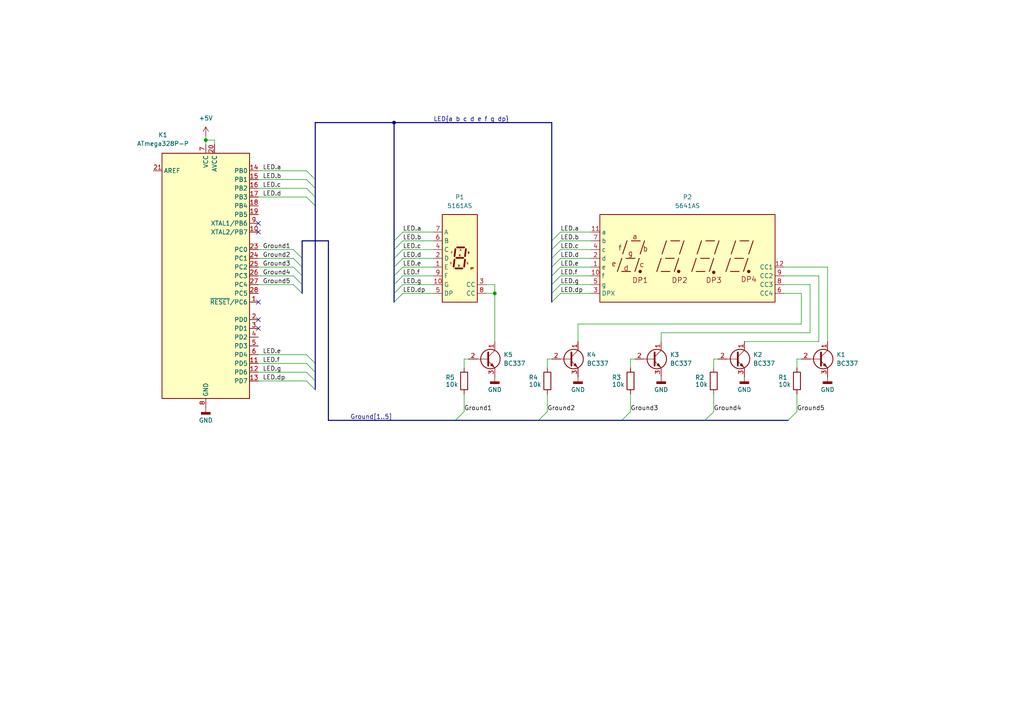
<source format=kicad_sch>
(kicad_sch (version 20250114) (generator "eeschema") (generator_version "9.0")
  (paper "A4")
  (lib_symbols
    (symbol "Device:R" (pin_numbers (hide yes)) (pin_names (offset 0))
      (property "Reference" "R" (at 2.032 0 90))
      (property "Value" "R" (at 0 0 90))
      (symbol "R_0_1"
        (rectangle (start -1.016 -2.54) (end 1.016 2.54) (stroke (width 0.254)))
      )
      (symbol "R_1_1"
        (pin passive line (at 0 3.81 270) (length 1.27) (name "~") (number "1"))
        (pin passive line (at 0 -3.81 90) (length 1.27) (name "~") (number "2"))
      )
    )
    (symbol "Display_Character:CC56-12SURKWA"
      (property "Reference" "U" (at -24.13 13.97 0))
      (property "Value" "CC56-12SURKWA" (at 16.51 13.97 0))
      (symbol "CC56-12SURKWA_0_0"
        (rectangle (start -25.4 12.7) (end 25.4 -12.7) (stroke (width 0.254)) (fill (type background)))
        (polyline (pts (xy -20.32 -3.81) (xy -19.05 0)) (stroke (width 0.254)))
        (polyline (pts (xy -19.05 -3.81) (xy -16.51 -3.81)) (stroke (width 0.254)))
        (polyline (pts (xy -18.796 1.27) (xy -17.526 5.08)) (stroke (width 0.254)))
        (polyline (pts (xy -17.78 0) (xy -15.24 0)) (stroke (width 0.254)))
        (polyline (pts (xy -16.256 5.08) (xy -13.716 5.08)) (stroke (width 0.254)))
        (polyline (pts (xy -15.24 -3.81) (xy -13.97 0)) (stroke (width 0.254)))
        (polyline (pts (xy -13.716 1.27) (xy -12.446 5.08)) (stroke (width 0.254)))
        (polyline (pts (xy -8.89 -3.81) (xy -7.62 0)) (stroke (width 0.254)))
        (polyline (pts (xy -7.62 -3.81) (xy -5.08 -3.81)) (stroke (width 0.254)))
        (polyline (pts (xy -7.366 1.27) (xy -6.096 5.08)) (stroke (width 0.254)))
        (polyline (pts (xy -6.35 0) (xy -3.81 0)) (stroke (width 0.254)))
        (polyline (pts (xy -4.826 5.08) (xy -2.286 5.08)) (stroke (width 0.254)))
        (polyline (pts (xy -3.81 -3.81) (xy -2.54 0)) (stroke (width 0.254)))
        (polyline (pts (xy -2.286 1.27) (xy -1.016 5.08)) (stroke (width 0.254)))
        (polyline (pts (xy 1.27 -3.81) (xy 2.54 0)) (stroke (width 0.254)))
        (polyline (pts (xy 2.54 -3.81) (xy 5.08 -3.81)) (stroke (width 0.254)))
        (polyline (pts (xy 2.794 1.27) (xy 4.064 5.08)) (stroke (width 0.254)))
        (polyline (pts (xy 3.81 0) (xy 6.35 0)) (stroke (width 0.254)))
        (polyline (pts (xy 5.334 5.08) (xy 7.874 5.08)) (stroke (width 0.254)))
        (polyline (pts (xy 6.35 -3.81) (xy 7.62 0)) (stroke (width 0.254)))
        (polyline (pts (xy 7.874 1.27) (xy 9.144 5.08)) (stroke (width 0.254)))
        (polyline (pts (xy 11.176 -3.81) (xy 12.446 0)) (stroke (width 0.254)))
        (polyline (pts (xy 12.446 -3.81) (xy 14.986 -3.81)) (stroke (width 0.254)))
        (polyline (pts (xy 12.7 1.27) (xy 13.97 5.08)) (stroke (width 0.254)))
        (polyline (pts (xy 13.716 0) (xy 16.256 0)) (stroke (width 0.254)))
        (polyline (pts (xy 15.24 5.08) (xy 17.78 5.08)) (stroke (width 0.254)))
        (polyline (pts (xy 16.256 -3.81) (xy 17.526 0)) (stroke (width 0.254)))
        (polyline (pts (xy 17.78 1.27) (xy 19.05 5.08)) (stroke (width 0.254)))
        (text "e" (at -21.336 -1.524 0) (effects (font (size 1.524 1.524))))
        (text "f" (at -19.558 3.048 0) (effects (font (size 1.524 1.524))))
        (text "d" (at -17.78 -2.794 0) (effects (font (size 1.524 1.524))))
        (text "g" (at -16.51 1.524 0) (effects (font (size 1.524 1.524))))
        (text "a" (at -15.24 6.35 0) (effects (font (size 1.524 1.524))))
        (text "DP1" (at -13.716 -6.35 0) (effects (font (size 1.524 1.524))))
        (text "c" (at -13.208 -1.778 0) (effects (font (size 1.524 1.524))))
        (text "b" (at -12.192 2.794 0) (effects (font (size 1.524 1.524))))
        (text "DP2" (at -2.286 -6.35 0) (effects (font (size 1.524 1.524))))
        (text "DP3" (at 7.62 -6.35 0) (effects (font (size 1.524 1.524))))
        (text "DP4" (at 17.78 -6.096 0) (effects (font (size 1.524 1.524))))
      )
      (symbol "CC56-12SURKWA_0_1"
        (circle (center -13.716 -3.81) (radius 0.3556) (stroke (width 0.254)) (fill (type outline)))
        (circle (center -2.54 -3.81) (radius 0.3556) (stroke (width 0.254)) (fill (type outline)))
      )
      (symbol "CC56-12SURKWA_1_0"
        (circle (center 7.62 -4.064) (radius 0.3556) (stroke (width 0.254)) (fill (type outline)))
        (circle (center 17.78 -3.81) (radius 0.3556) (stroke (width 0.254)) (fill (type outline)))
      )
      (symbol "CC56-12SURKWA_1_1"
        (pin input line (at -27.94 7.62 0) (length 2.54) (name "a") (number "11"))
        (pin input line (at -27.94 5.08 0) (length 2.54) (name "b") (number "7"))
        (pin input line (at -27.94 2.54 0) (length 2.54) (name "c") (number "4"))
        (pin input line (at -27.94 0 0) (length 2.54) (name "d") (number "2"))
        (pin input line (at -27.94 -2.54 0) (length 2.54) (name "e") (number "1"))
        (pin input line (at -27.94 -5.08 0) (length 2.54) (name "f") (number "10"))
        (pin input line (at -27.94 -7.62 0) (length 2.54) (name "g") (number "5"))
        (pin input line (at -27.94 -10.16 0) (length 2.54) (name "DPX") (number "3"))
        (pin input line (at 27.94 -2.54 180) (length 2.54) (name "CC1") (number "12"))
        (pin input line (at 27.94 -5.08 180) (length 2.54) (name "CC2") (number "9"))
        (pin input line (at 27.94 -7.62 180) (length 2.54) (name "CC3") (number "8"))
        (pin input line (at 27.94 -10.16 180) (length 2.54) (name "CC4") (number "6"))
      )
    )
    (symbol "Display_Character:HDSP-7503"
      (property "Reference" "U2" (at 0 17.78 0))
      (property "Value" "HDSP-7503" (at 0 15.24 0))
      (symbol "HDSP-7503_1_0"
        (text "E" (at -2.54 -1.397 0) (effects (font (size 0.508 0.508))))
        (text "F" (at -2.286 1.651 0) (effects (font (size 0.508 0.508))))
        (text "D" (at -0.254 -2.159 0) (effects (font (size 0.508 0.508))))
        (text "G" (at 0 0.889 0) (effects (font (size 0.508 0.508))))
        (text "A" (at 0.254 2.413 0) (effects (font (size 0.508 0.508))))
        (text "C" (at 2.286 -1.397 0) (effects (font (size 0.508 0.508))))
        (text "B" (at 2.54 1.651 0) (effects (font (size 0.508 0.508))))
        (text "DP" (at 3.556 -2.921 0) (effects (font (size 0.508 0.508))))
      )
      (symbol "HDSP-7503_1_1"
        (rectangle (start -5.08 12.7) (end 5.08 -12.7) (stroke (width 0.254)) (fill (type background)))
        (polyline (pts (xy -1.524 -0.381) (xy -1.778 -2.413)) (stroke (width 0.508)))
        (polyline (pts (xy -1.27 2.667) (xy -1.524 0.635)) (stroke (width 0.508)))
        (polyline (pts (xy -1.27 -2.921) (xy 0.762 -2.921)) (stroke (width 0.508)))
        (polyline (pts (xy -1.016 0.127) (xy 1.016 0.127)) (stroke (width 0.508)))
        (polyline (pts (xy -0.762 3.175) (xy 1.27 3.175)) (stroke (width 0.508)))
        (polyline (pts (xy 1.524 -0.381) (xy 1.27 -2.413)) (stroke (width 0.508)))
        (polyline (pts (xy 1.778 2.667) (xy 1.524 0.635)) (stroke (width 0.508)))
        (polyline (pts (xy 2.54 -2.921) (xy 2.54 -2.921)) (stroke (width 0.508)))
        (pin input line (at -7.62 7.62 0) (length 2.54) (name "A") (number "7"))
        (pin input line (at -7.62 5.08 0) (length 2.54) (name "B") (number "6"))
        (pin input line (at -7.62 2.54 0) (length 2.54) (name "C") (number "4"))
        (pin input line (at -7.62 0 0) (length 2.54) (name "D") (number "2"))
        (pin input line (at -7.62 -2.54 0) (length 2.54) (name "E") (number "1"))
        (pin input line (at -7.62 -5.08 0) (length 2.54) (name "F") (number "9"))
        (pin input line (at -7.62 -7.62 0) (length 2.54) (name "G") (number "10"))
        (pin input line (at -7.62 -10.16 0) (length 2.54) (name "DP") (number "5"))
        (pin input line (at 7.62 -7.62 180) (length 2.54) (name "CC") (number "3"))
        (pin input line (at 7.62 -10.16 180) (length 2.54) (name "CC") (number "8"))
      )
    )
    (symbol "MCU_Microchip_ATmega:ATmega328P-P"
      (property "Reference" "U" (at -12.7 36.83 0))
      (property "Value" "ATmega328P-P" (at 2.54 -36.83 0))
      (symbol "ATmega328P-P_0_1"
        (rectangle (start -12.7 -35.56) (end 12.7 35.56) (stroke (width 0.254)) (fill (type background)))
      )
      (symbol "ATmega328P-P_1_1"
        (pin passive line (at -15.24 30.48 0) (length 2.54) (name "AREF") (number "21"))
        (pin power_in line (at 0 38.1 270) (length 2.54) (name "VCC") (number "7"))
        (pin passive line (at 0 -38.1 90) (length 2.54) (hide yes) (name "GND") (number "22"))
        (pin power_in line (at 0 -38.1 90) (length 2.54) (name "GND") (number "8"))
        (pin power_in line (at 2.54 38.1 270) (length 2.54) (name "AVCC") (number "20"))
        (pin bidirectional line (at 15.24 30.48 180) (length 2.54) (name "PB0") (number "14"))
        (pin bidirectional line (at 15.24 27.94 180) (length 2.54) (name "PB1") (number "15"))
        (pin bidirectional line (at 15.24 25.4 180) (length 2.54) (name "PB2") (number "16"))
        (pin bidirectional line (at 15.24 22.86 180) (length 2.54) (name "PB3") (number "17"))
        (pin bidirectional line (at 15.24 20.32 180) (length 2.54) (name "PB4") (number "18"))
        (pin bidirectional line (at 15.24 17.78 180) (length 2.54) (name "PB5") (number "19"))
        (pin bidirectional line (at 15.24 15.24 180) (length 2.54) (name "XTAL1/PB6") (number "9"))
        (pin bidirectional line (at 15.24 12.7 180) (length 2.54) (name "XTAL2/PB7") (number "10"))
        (pin bidirectional line (at 15.24 7.62 180) (length 2.54) (name "PC0") (number "23"))
        (pin bidirectional line (at 15.24 5.08 180) (length 2.54) (name "PC1") (number "24"))
        (pin bidirectional line (at 15.24 2.54 180) (length 2.54) (name "PC2") (number "25"))
        (pin bidirectional line (at 15.24 0 180) (length 2.54) (name "PC3") (number "26"))
        (pin bidirectional line (at 15.24 -2.54 180) (length 2.54) (name "PC4") (number "27"))
        (pin bidirectional line (at 15.24 -5.08 180) (length 2.54) (name "PC5") (number "28"))
        (pin bidirectional line (at 15.24 -7.62 180) (length 2.54) (name "~{RESET}/PC6") (number "1"))
        (pin bidirectional line (at 15.24 -12.7 180) (length 2.54) (name "PD0") (number "2"))
        (pin bidirectional line (at 15.24 -15.24 180) (length 2.54) (name "PD1") (number "3"))
        (pin bidirectional line (at 15.24 -17.78 180) (length 2.54) (name "PD2") (number "4"))
        (pin bidirectional line (at 15.24 -20.32 180) (length 2.54) (name "PD3") (number "5"))
        (pin bidirectional line (at 15.24 -22.86 180) (length 2.54) (name "PD4") (number "6"))
        (pin bidirectional line (at 15.24 -25.4 180) (length 2.54) (name "PD5") (number "11"))
        (pin bidirectional line (at 15.24 -27.94 180) (length 2.54) (name "PD6") (number "12"))
        (pin bidirectional line (at 15.24 -30.48 180) (length 2.54) (name "PD7") (number "13"))
      )
    )
    (symbol "Transistor_BJT:BC337" (pin_names (offset 0) (hide yes))
      (property "Reference" "Q" (at 5.08 1.905 0))
      (property "Value" "BC337" (at 5.08 0 0))
      (symbol "BC337_0_1"
        (polyline (pts (xy -2.54 0) (xy 0.635 0)))
        (polyline (pts (xy 0.635 1.905) (xy 0.635 -1.905)) (stroke (width 0.508)))
        (circle (center 1.27 0) (radius 2.8194) (stroke (width 0.254)))
      )
      (symbol "BC337_1_1"
        (polyline (pts (xy 0.635 0.635) (xy 2.54 2.54)))
        (polyline (pts (xy 0.635 -0.635) (xy 2.54 -2.54)))
        (polyline (pts (xy 1.27 -1.778) (xy 1.778 -1.27) (xy 2.286 -2.286) (xy 1.27 -1.778)) (fill (type outline)))
        (pin input line (at -5.08 0 0) (length 2.54) (name "B") (number "2"))
        (pin passive line (at 2.54 5.08 270) (length 2.54) (name "C") (number "1"))
        (pin passive line (at 2.54 -5.08 90) (length 2.54) (name "E") (number "3"))
      )
    )
    (symbol "power:+5V" (power) (pin_numbers (hide yes)) (pin_names (offset 0) (hide yes))
      (property "Value" "+5V" (at 0 3.556 0))
      (symbol "+5V_0_1"
        (polyline (pts (xy -0.762 1.27) (xy 0 2.54)))
        (polyline (pts (xy 0 2.54) (xy 0.762 1.27)))
        (polyline (pts (xy 0 0) (xy 0 2.54)))
      )
      (symbol "+5V_1_1"
        (pin power_in line (at 0 0 90) (length 0) (name "~") (number "1"))
      )
    )
    (symbol "power:GNDD" (power) (pin_numbers (hide yes)) (pin_names (offset 0) (hide yes))
      (property "Value" "GNDD" (at 0 -3.175 0))
      (symbol "GNDD_0_1"
        (rectangle (start -1.27 -1.524) (end 1.27 -2.032) (stroke (width 0.254)) (fill (type outline)))
        (polyline (pts (xy 0 0) (xy 0 -1.524)))
      )
      (symbol "GNDD_1_1"
        (pin power_in line (at 0 0 270) (length 0) (name "~") (number "1"))
      )
    )
  )
  (junction (at 59.69 40.64))
  (junction (at 143.51 85.09))
  (junction (at 114.3 35.56))
  (no_connect (at 74.93 67.31))
  (no_connect (at 74.93 64.77))
  (no_connect (at 74.93 92.71))
  (no_connect (at 74.93 95.25))
  (no_connect (at 74.93 87.63))
  (bus_entry (at 87.63 85.09) (size -2.54 -2.54))
  (bus_entry (at 114.3 85.09) (size 2.54 -2.54))
  (bus_entry (at 91.44 107.95) (size -2.54 -2.54))
  (bus_entry (at 180.34 121.92) (size 2.54 -2.54))
  (bus_entry (at 228.6 121.92) (size 2.54 -2.54))
  (bus_entry (at 160.02 85.09) (size 2.54 -2.54))
  (bus_entry (at 114.3 87.63) (size 2.54 -2.54))
  (bus_entry (at 160.02 87.63) (size 2.54 -2.54))
  (bus_entry (at 160.02 82.55) (size 2.54 -2.54))
  (bus_entry (at 114.3 77.47) (size 2.54 -2.54))
  (bus_entry (at 91.44 52.07) (size -2.54 -2.54))
  (bus_entry (at 91.44 57.15) (size -2.54 -2.54))
  (bus_entry (at 91.44 110.49) (size -2.54 -2.54))
  (bus_entry (at 160.02 69.85) (size 2.54 -2.54))
  (bus_entry (at 91.44 105.41) (size -2.54 -2.54))
  (bus_entry (at 114.3 69.85) (size 2.54 -2.54))
  (bus_entry (at 204.47 121.92) (size 2.54 -2.54))
  (bus_entry (at 114.3 82.55) (size 2.54 -2.54))
  (bus_entry (at 91.44 113.03) (size -2.54 -2.54))
  (bus_entry (at 91.44 59.69) (size -2.54 -2.54))
  (bus_entry (at 160.02 80.01) (size 2.54 -2.54))
  (bus_entry (at 160.02 74.93) (size 2.54 -2.54))
  (bus_entry (at 160.02 77.47) (size 2.54 -2.54))
  (bus_entry (at 87.63 74.93) (size -2.54 -2.54))
  (bus_entry (at 160.02 72.39) (size 2.54 -2.54))
  (bus_entry (at 114.3 74.93) (size 2.54 -2.54))
  (bus_entry (at 87.63 82.55) (size -2.54 -2.54))
  (bus_entry (at 87.63 80.01) (size -2.54 -2.54))
  (bus_entry (at 156.21 121.92) (size 2.54 -2.54))
  (bus_entry (at 91.44 54.61) (size -2.54 -2.54))
  (bus_entry (at 87.63 77.47) (size -2.54 -2.54))
  (bus_entry (at 114.3 72.39) (size 2.54 -2.54))
  (bus_entry (at 114.3 80.01) (size 2.54 -2.54))
  (bus_entry (at 132.08 121.92) (size 2.54 -2.54))
  (bus (pts (xy 204.47 121.92) (xy 228.6 121.92)))
  (wire (pts (xy 134.62 106.68) (xy 134.62 104.14)))
  (wire (pts (xy 234.95 82.55) (xy 234.95 96.52)))
  (bus (pts (xy 114.3 35.56) (xy 160.02 35.56)))
  (bus (pts (xy 87.63 74.93) (xy 87.63 77.47)))
  (wire (pts (xy 74.93 105.41) (xy 88.9 105.41)))
  (wire (pts (xy 158.75 106.68) (xy 158.75 104.14)))
  (wire (pts (xy 162.56 74.93) (xy 171.45 74.93)))
  (wire (pts (xy 116.84 67.31) (xy 125.73 67.31)))
  (bus (pts (xy 160.02 35.56) (xy 160.02 69.85)))
  (bus (pts (xy 156.21 121.92) (xy 180.34 121.92)))
  (bus (pts (xy 91.44 59.69) (xy 91.44 105.41)))
  (wire (pts (xy 234.95 96.52) (xy 191.77 96.52)))
  (wire (pts (xy 232.41 93.98) (xy 232.41 85.09)))
  (bus (pts (xy 114.3 80.01) (xy 114.3 82.55)))
  (wire (pts (xy 143.51 82.55) (xy 140.97 82.55)))
  (bus (pts (xy 114.3 74.93) (xy 114.3 77.47)))
  (wire (pts (xy 240.03 99.06) (xy 240.03 77.47)))
  (wire (pts (xy 162.56 85.09) (xy 171.45 85.09)))
  (bus (pts (xy 114.3 69.85) (xy 114.3 72.39)))
  (wire (pts (xy 140.97 85.09) (xy 143.51 85.09)))
  (wire (pts (xy 158.75 114.3) (xy 158.75 119.38)))
  (wire (pts (xy 74.93 72.39) (xy 85.09 72.39)))
  (wire (pts (xy 162.56 82.55) (xy 171.45 82.55)))
  (bus (pts (xy 87.63 82.55) (xy 87.63 85.09)))
  (bus (pts (xy 95.25 121.92) (xy 132.08 121.92)))
  (bus (pts (xy 91.44 54.61) (xy 91.44 57.15)))
  (wire (pts (xy 74.93 74.93) (xy 85.09 74.93)))
  (bus (pts (xy 91.44 105.41) (xy 91.44 107.95)))
  (bus (pts (xy 160.02 82.55) (xy 160.02 85.09)))
  (wire (pts (xy 62.23 40.64) (xy 59.69 40.64)))
  (bus (pts (xy 160.02 85.09) (xy 160.02 87.63)))
  (wire (pts (xy 162.56 77.47) (xy 171.45 77.47)))
  (bus (pts (xy 87.63 80.01) (xy 87.63 77.47)))
  (wire (pts (xy 207.01 106.68) (xy 207.01 104.14)))
  (wire (pts (xy 207.01 104.14) (xy 208.28 104.14)))
  (bus (pts (xy 114.3 72.39) (xy 114.3 74.93)))
  (bus (pts (xy 91.44 35.56) (xy 91.44 52.07)))
  (wire (pts (xy 227.33 82.55) (xy 234.95 82.55)))
  (wire (pts (xy 62.23 41.91) (xy 62.23 40.64)))
  (wire (pts (xy 182.88 104.14) (xy 184.15 104.14)))
  (wire (pts (xy 116.84 77.47) (xy 125.73 77.47)))
  (wire (pts (xy 182.88 114.3) (xy 182.88 119.38)))
  (wire (pts (xy 240.03 77.47) (xy 227.33 77.47)))
  (bus (pts (xy 160.02 74.93) (xy 160.02 77.47)))
  (wire (pts (xy 116.84 69.85) (xy 125.73 69.85)))
  (bus (pts (xy 114.3 85.09) (xy 114.3 87.63)))
  (wire (pts (xy 231.14 106.68) (xy 231.14 104.14)))
  (bus (pts (xy 91.44 110.49) (xy 91.44 113.03)))
  (wire (pts (xy 116.84 72.39) (xy 125.73 72.39)))
  (wire (pts (xy 182.88 106.68) (xy 182.88 104.14)))
  (wire (pts (xy 134.62 104.14) (xy 135.89 104.14)))
  (wire (pts (xy 158.75 104.14) (xy 160.02 104.14)))
  (wire (pts (xy 237.49 80.01) (xy 227.33 80.01)))
  (wire (pts (xy 231.14 104.14) (xy 232.41 104.14)))
  (bus (pts (xy 87.63 74.93) (xy 87.63 69.85)))
  (wire (pts (xy 143.51 99.06) (xy 143.51 85.09)))
  (wire (pts (xy 231.14 114.3) (xy 231.14 119.38)))
  (wire (pts (xy 74.93 110.49) (xy 88.9 110.49)))
  (bus (pts (xy 87.63 80.01) (xy 87.63 82.55)))
  (bus (pts (xy 160.02 69.85) (xy 160.02 72.39)))
  (bus (pts (xy 91.44 107.95) (xy 91.44 110.49)))
  (bus (pts (xy 180.34 121.92) (xy 204.47 121.92)))
  (wire (pts (xy 116.84 82.55) (xy 125.73 82.55)))
  (bus (pts (xy 160.02 80.01) (xy 160.02 82.55)))
  (wire (pts (xy 143.51 85.09) (xy 143.51 82.55)))
  (wire (pts (xy 74.93 54.61) (xy 88.9 54.61)))
  (bus (pts (xy 132.08 121.92) (xy 156.21 121.92)))
  (wire (pts (xy 207.01 114.3) (xy 207.01 119.38)))
  (wire (pts (xy 74.93 57.15) (xy 88.9 57.15)))
  (wire (pts (xy 116.84 80.01) (xy 125.73 80.01)))
  (wire (pts (xy 116.84 85.09) (xy 125.73 85.09)))
  (wire (pts (xy 134.62 114.3) (xy 134.62 119.38)))
  (wire (pts (xy 167.64 93.98) (xy 232.41 93.98)))
  (wire (pts (xy 74.93 82.55) (xy 85.09 82.55)))
  (wire (pts (xy 74.93 77.47) (xy 85.09 77.47)))
  (bus (pts (xy 114.3 82.55) (xy 114.3 85.09)))
  (wire (pts (xy 162.56 69.85) (xy 171.45 69.85)))
  (wire (pts (xy 116.84 74.93) (xy 125.73 74.93)))
  (wire (pts (xy 232.41 85.09) (xy 227.33 85.09)))
  (wire (pts (xy 162.56 72.39) (xy 171.45 72.39)))
  (bus (pts (xy 95.25 69.85) (xy 95.25 121.92)))
  (wire (pts (xy 59.69 40.64) (xy 59.69 41.91)))
  (bus (pts (xy 114.3 77.47) (xy 114.3 80.01)))
  (bus (pts (xy 160.02 77.47) (xy 160.02 80.01)))
  (bus (pts (xy 91.44 52.07) (xy 91.44 54.61)))
  (wire (pts (xy 74.93 107.95) (xy 88.9 107.95)))
  (wire (pts (xy 167.64 99.06) (xy 167.64 93.98)))
  (wire (pts (xy 162.56 67.31) (xy 171.45 67.31)))
  (bus (pts (xy 160.02 72.39) (xy 160.02 74.93)))
  (wire (pts (xy 74.93 52.07) (xy 88.9 52.07)))
  (wire (pts (xy 162.56 80.01) (xy 171.45 80.01)))
  (wire (pts (xy 74.93 102.87) (xy 88.9 102.87)))
  (bus (pts (xy 91.44 35.56) (xy 114.3 35.56)))
  (wire (pts (xy 74.93 49.53) (xy 88.9 49.53)))
  (bus (pts (xy 114.3 35.56) (xy 114.3 69.85)))
  (bus (pts (xy 87.63 69.85) (xy 95.25 69.85)))
  (wire (pts (xy 59.69 39.37) (xy 59.69 40.64)))
  (wire (pts (xy 191.77 96.52) (xy 191.77 99.06)))
  (wire (pts (xy 215.9 99.06) (xy 237.49 99.06)))
  (wire (pts (xy 74.93 80.01) (xy 85.09 80.01)))
  (wire (pts (xy 237.49 99.06) (xy 237.49 80.01)))
  (bus (pts (xy 91.44 57.15) (xy 91.44 59.69)))
  (label "Ground2" (at 158.75 119.38 0))
  (label "Ground4" (at 207.01 119.38 0))
  (label "LED.d" (at 162.56 74.93 0))
  (label "LED.f" (at 76.2 105.41 0))
  (label "Ground[1..5]" (at 101.6 121.92 0))
  (label "LED.dp" (at 116.84 85.09 0))
  (label "LED.d" (at 116.84 74.93 0))
  (label "LED.b" (at 76.2 52.07 0))
  (label "LED.b" (at 116.84 69.85 0))
  (label "LED.g" (at 116.84 82.55 0))
  (label "LED.e" (at 116.84 77.47 0))
  (label "LED.f" (at 116.84 80.01 0))
  (label "LED.f" (at 162.56 80.01 0))
  (label "Ground1" (at 76.2 72.39 0))
  (label "Ground4" (at 76.2 80.01 0))
  (label "LED.dp" (at 76.2 110.49 0))
  (label "LED.a" (at 116.84 67.31 0))
  (label "LED.c" (at 162.56 72.39 0))
  (label "LED.e" (at 76.2 102.87 0))
  (label "LED.e" (at 162.56 77.47 0))
  (label "Ground1" (at 134.62 119.38 0))
  (label "LED.a" (at 76.2 49.53 0))
  (label "Ground3" (at 182.88 119.38 0))
  (label "LED.d" (at 76.2 57.15 0))
  (label "LED.c" (at 76.2 54.61 0))
  (label "LED.g" (at 162.56 82.55 0))
  (label "Ground5" (at 231.14 119.38 0))
  (label "LED.g" (at 76.2 107.95 0))
  (label "LED.b" (at 162.56 69.85 0))
  (label "Ground5" (at 76.2 82.55 0))
  (label "LED.dp" (at 162.56 85.09 0))
  (label "LED.c" (at 116.84 72.39 0))
  (label "LED{a b c d e f g dp}" (at 125.73 35.56 0))
  (label "Ground2" (at 76.2 74.93 0))
  (label "LED.a" (at 162.56 67.31 0))
  (label "Ground3" (at 76.2 77.47 0))
  (symbol (lib_id "Device:R") (at 134.62 110.49 180) (unit 1)
    (property "Reference" "R5" (at 130.556 109.474 0))
    (property "Value" "10k" (at 131.064 111.506 0))
    (property "Description" "Resistor" (effects (hide yes)))
  )
  (symbol (lib_id "Transistor_BJT:BC337") (at 189.23 104.14 0) (unit 1)
    (property "Reference" "K3" (at 194.31 102.8699 0) (effects (justify left)))
    (property "Value" "BC337" (at 194.31 105.4099 0) (effects (justify left)))
    (property "Footprint" "Package_TO_SOT_THT:TO-92_Inline" (effects (hide yes)))
    (property "Datasheet" "https://diotec.com/tl_files/diotec/files/pdf/datasheets/bc337.pdf" (effects (hide yes)))
    (property "Description" "0.8A Ic, 45V Vce, NPN Transistor, TO-92" (effects (hide yes)))
  )
  (symbol (lib_id "Device:R") (at 207.01 110.49 180) (unit 1)
    (property "Reference" "R2" (at 202.946 109.474 0))
    (property "Value" "10k" (at 203.454 111.506 0))
    (property "Description" "Resistor" (effects (hide yes)))
  )
  (symbol (lib_id "Transistor_BJT:BC337") (at 213.36 104.14 0) (unit 1)
    (property "Reference" "K2" (at 218.44 102.8699 0) (effects (justify left)))
    (property "Value" "BC337" (at 218.44 105.4099 0) (effects (justify left)))
    (property "Footprint" "Package_TO_SOT_THT:TO-92_Inline" (effects (hide yes)))
    (property "Datasheet" "https://diotec.com/tl_files/diotec/files/pdf/datasheets/bc337.pdf" (effects (hide yes)))
    (property "Description" "0.8A Ic, 45V Vce, NPN Transistor, TO-92" (effects (hide yes)))
  )
  (symbol (lib_id "power:GNDD") (at 191.77 109.22 0) (unit 1)
    (property "Reference" "#PWR04" (effects (hide yes)))
    (property "Value" "GND" (at 191.77 113.03 0))
    (property "Description" "Power symbol creates a global label with name \"GNDD\" , digital ground" (effects (hide yes)))
  )
  (symbol (lib_id "power:GNDD") (at 240.03 109.22 0) (unit 1)
    (property "Reference" "#PWR01" (effects (hide yes)))
    (property "Value" "GND" (at 240.03 113.03 0))
    (property "Description" "Power symbol creates a global label with name \"GNDD\" , digital ground" (effects (hide yes)))
  )
  (symbol (lib_id "Transistor_BJT:BC337") (at 140.97 104.14 0) (unit 1)
    (property "Reference" "K5" (at 146.05 102.8699 0) (effects (justify left)))
    (property "Value" "BC337" (at 146.05 105.4099 0) (effects (justify left)))
    (property "Footprint" "Package_TO_SOT_THT:TO-92_Inline" (effects (hide yes)))
    (property "Datasheet" "https://diotec.com/tl_files/diotec/files/pdf/datasheets/bc337.pdf" (effects (hide yes)))
    (property "Description" "0.8A Ic, 45V Vce, NPN Transistor, TO-92" (effects (hide yes)))
  )
  (symbol (lib_id "Display_Character:CC56-12SURKWA") (at 199.39 74.93 0) (unit 1)
    (property "Reference" "P2" (at 199.39 57.15 0))
    (property "Value" "5641AS" (at 199.39 59.69 0))
    (property "Footprint" "Display_7Segment:CA56-12SURKWA" (effects (hide yes)))
    (property "Datasheet" "http://www.kingbright.com/attachments/file/psearch/000/00/00/CC56-12SURKWA(Ver.7A).pdf" (effects (hide yes)))
    (property "Description" "4 digit 7 segment hyper red LED, common cathode" (effects (hide yes)))
  )
  (symbol (lib_id "power:GNDD") (at 215.9 109.22 0) (unit 1)
    (property "Reference" "#PWR03" (effects (hide yes)))
    (property "Value" "GND" (at 215.9 113.03 0))
    (property "Description" "Power symbol creates a global label with name \"GNDD\" , digital ground" (effects (hide yes)))
  )
  (symbol (lib_id "Device:R") (at 182.88 110.49 180) (unit 1)
    (property "Reference" "R3" (at 178.816 109.474 0))
    (property "Value" "10k" (at 179.324 111.506 0))
    (property "Description" "Resistor" (effects (hide yes)))
  )
  (symbol (lib_id "Device:R") (at 158.75 110.49 180) (unit 1)
    (property "Reference" "R4" (at 154.686 109.474 0))
    (property "Value" "10k" (at 155.194 111.506 0))
    (property "Description" "Resistor" (effects (hide yes)))
  )
  (symbol (lib_id "Display_Character:HDSP-7503") (at 133.35 74.93 0) (unit 1)
    (property "Reference" "P1" (at 133.35 57.15 0))
    (property "Value" "5161AS" (at 133.35 59.69 0))
    (property "Footprint" "Display_7Segment:HDSP-A151" (effects (hide yes)))
    (property "Datasheet" "https://docs.broadcom.com/docs/AV02-2553EN" (effects (hide yes)))
    (property "Description" "One digit 7 segment high efficiency red, common cathode" (effects (hide yes)))
  )
  (symbol (lib_id "MCU_Microchip_ATmega:ATmega328P-P") (at 59.69 80.01 0) (unit 1)
    (property "Reference" "K1" (at 47.244 39.116 0))
    (property "Value" "ATmega328P-P" (at 47.244 41.656 0))
    (property "Footprint" "Package_DIP:DIP-28_W7.62mm" (effects (hide yes)))
    (property "Datasheet" "http://ww1.microchip.com/downloads/en/DeviceDoc/ATmega328_P%20AVR%20MCU%20with%20picoPower%20Technology%20Data%20Sheet%2040001984A.pdf" (effects (hide yes)))
    (property "Description" "20MHz, 32kB Flash, 2kB SRAM, 1kB EEPROM, DIP-28" (effects (hide yes)))
  )
  (symbol (lib_id "power:GNDD") (at 59.69 118.11 0) (unit 1)
    (property "Reference" "#PWR07" (effects (hide yes)))
    (property "Value" "GND" (at 59.69 121.92 0))
    (property "Description" "Power symbol creates a global label with name \"GNDD\" , digital ground" (effects (hide yes)))
  )
  (symbol (lib_id "Transistor_BJT:BC337") (at 237.49 104.14 0) (unit 1)
    (property "Reference" "K1" (at 242.57 102.8699 0) (effects (justify left)))
    (property "Value" "BC337" (at 242.57 105.4099 0) (effects (justify left)))
    (property "Footprint" "Package_TO_SOT_THT:TO-92_Inline" (effects (hide yes)))
    (property "Datasheet" "https://diotec.com/tl_files/diotec/files/pdf/datasheets/bc337.pdf" (effects (hide yes)))
    (property "Description" "0.8A Ic, 45V Vce, NPN Transistor, TO-92" (effects (hide yes)))
  )
  (symbol (lib_id "Transistor_BJT:BC337") (at 165.1 104.14 0) (unit 1)
    (property "Reference" "K4" (at 170.18 102.8699 0) (effects (justify left)))
    (property "Value" "BC337" (at 170.18 105.4099 0) (effects (justify left)))
    (property "Footprint" "Package_TO_SOT_THT:TO-92_Inline" (effects (hide yes)))
    (property "Datasheet" "https://diotec.com/tl_files/diotec/files/pdf/datasheets/bc337.pdf" (effects (hide yes)))
    (property "Description" "0.8A Ic, 45V Vce, NPN Transistor, TO-92" (effects (hide yes)))
  )
  (symbol (lib_id "power:+5V") (at 59.69 39.37 0) (unit 1)
    (property "Reference" "#PWR02" (effects (hide yes)))
    (property "Value" "+5V" (at 59.69 34.29 0))
    (property "Description" "Power symbol creates a global label with name \"+5V\"" (effects (hide yes)))
  )
  (symbol (lib_id "Device:R") (at 231.14 110.49 180) (unit 1)
    (property "Reference" "R1" (at 227.076 109.474 0))
    (property "Value" "10k" (at 227.584 111.506 0))
    (property "Description" "Resistor" (effects (hide yes)))
  )
  (symbol (lib_id "power:GNDD") (at 167.64 109.22 0) (unit 1)
    (property "Reference" "#PWR05" (effects (hide yes)))
    (property "Value" "GND" (at 167.64 113.03 0))
    (property "Description" "Power symbol creates a global label with name \"GNDD\" , digital ground" (effects (hide yes)))
  )
  (symbol (lib_id "power:GNDD") (at 143.51 109.22 0) (unit 1)
    (property "Reference" "#PWR06" (effects (hide yes)))
    (property "Value" "GND" (at 143.51 113.03 0))
    (property "Description" "Power symbol creates a global label with name \"GNDD\" , digital ground" (effects (hide yes)))
  )
)
</source>
